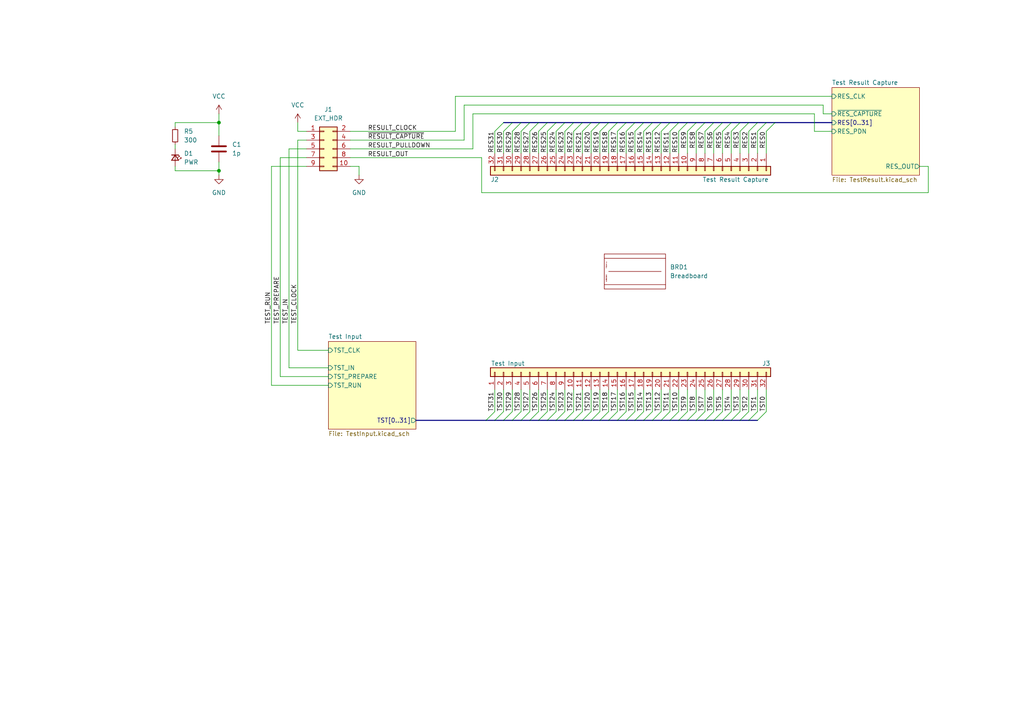
<source format=kicad_sch>
(kicad_sch (version 20211123) (generator eeschema)
  (paper "A4")
  (title_block (title "Headless Circuit Tester") (date "2022-12-15") (rev "0") (company "Microcode.io"))
  (lib_symbols
    (symbol "Connector_Generic:Conn_01x32" (pin_names (offset 1.016) hide)
      (property "Reference" "J" (at 0 40.64 0))
      (property "Value" "Conn_01x32" (at 0 -43.18 0))
      (symbol "Conn_01x32_1_1"
        (rectangle (start -1.27 -40.513) (end 0 -40.767) (stroke (width 0.1524)))
        (rectangle (start -1.27 -37.973) (end 0 -38.227) (stroke (width 0.1524)))
        (rectangle (start -1.27 -35.433) (end 0 -35.687) (stroke (width 0.1524)))
        (rectangle (start -1.27 -32.893) (end 0 -33.147) (stroke (width 0.1524)))
        (rectangle (start -1.27 -30.353) (end 0 -30.607) (stroke (width 0.1524)))
        (rectangle (start -1.27 -27.813) (end 0 -28.067) (stroke (width 0.1524)))
        (rectangle (start -1.27 -25.273) (end 0 -25.527) (stroke (width 0.1524)))
        (rectangle (start -1.27 -22.733) (end 0 -22.987) (stroke (width 0.1524)))
        (rectangle (start -1.27 -20.193) (end 0 -20.447) (stroke (width 0.1524)))
        (rectangle (start -1.27 -17.653) (end 0 -17.907) (stroke (width 0.1524)))
        (rectangle (start -1.27 -15.113) (end 0 -15.367) (stroke (width 0.1524)))
        (rectangle (start -1.27 -12.573) (end 0 -12.827) (stroke (width 0.1524)))
        (rectangle (start -1.27 -10.033) (end 0 -10.287) (stroke (width 0.1524)))
        (rectangle (start -1.27 -7.493) (end 0 -7.747) (stroke (width 0.1524)))
        (rectangle (start -1.27 -4.953) (end 0 -5.207) (stroke (width 0.1524)))
        (rectangle (start -1.27 -2.413) (end 0 -2.667) (stroke (width 0.1524)))
        (rectangle (start -1.27 0.127) (end 0 -0.127) (stroke (width 0.1524)))
        (rectangle (start -1.27 2.667) (end 0 2.413) (stroke (width 0.1524)))
        (rectangle (start -1.27 5.207) (end 0 4.953) (stroke (width 0.1524)))
        (rectangle (start -1.27 7.747) (end 0 7.493) (stroke (width 0.1524)))
        (rectangle (start -1.27 10.287) (end 0 10.033) (stroke (width 0.1524)))
        (rectangle (start -1.27 12.827) (end 0 12.573) (stroke (width 0.1524)))
        (rectangle (start -1.27 15.367) (end 0 15.113) (stroke (width 0.1524)))
        (rectangle (start -1.27 17.907) (end 0 17.653) (stroke (width 0.1524)))
        (rectangle (start -1.27 20.447) (end 0 20.193) (stroke (width 0.1524)))
        (rectangle (start -1.27 22.987) (end 0 22.733) (stroke (width 0.1524)))
        (rectangle (start -1.27 25.527) (end 0 25.273) (stroke (width 0.1524)))
        (rectangle (start -1.27 28.067) (end 0 27.813) (stroke (width 0.1524)))
        (rectangle (start -1.27 30.607) (end 0 30.353) (stroke (width 0.1524)))
        (rectangle (start -1.27 33.147) (end 0 32.893) (stroke (width 0.1524)))
        (rectangle (start -1.27 35.687) (end 0 35.433) (stroke (width 0.1524)))
        (rectangle (start -1.27 38.227) (end 0 37.973) (stroke (width 0.1524)))
        (rectangle (start -1.27 39.37) (end 1.27 -41.91) (stroke (width 0.254)) (fill (type background)))
        (pin passive line (at -5.08 38.1 0) (length 3.81) (name "Pin_1") (number "1"))
        (pin passive line (at -5.08 15.24 0) (length 3.81) (name "Pin_10") (number "10"))
        (pin passive line (at -5.08 12.7 0) (length 3.81) (name "Pin_11") (number "11"))
        (pin passive line (at -5.08 10.16 0) (length 3.81) (name "Pin_12") (number "12"))
        (pin passive line (at -5.08 7.62 0) (length 3.81) (name "Pin_13") (number "13"))
        (pin passive line (at -5.08 5.08 0) (length 3.81) (name "Pin_14") (number "14"))
        (pin passive line (at -5.08 2.54 0) (length 3.81) (name "Pin_15") (number "15"))
        (pin passive line (at -5.08 0 0) (length 3.81) (name "Pin_16") (number "16"))
        (pin passive line (at -5.08 -2.54 0) (length 3.81) (name "Pin_17") (number "17"))
        (pin passive line (at -5.08 -5.08 0) (length 3.81) (name "Pin_18") (number "18"))
        (pin passive line (at -5.08 -7.62 0) (length 3.81) (name "Pin_19") (number "19"))
        (pin passive line (at -5.08 35.56 0) (length 3.81) (name "Pin_2") (number "2"))
        (pin passive line (at -5.08 -10.16 0) (length 3.81) (name "Pin_20") (number "20"))
        (pin passive line (at -5.08 -12.7 0) (length 3.81) (name "Pin_21") (number "21"))
        (pin passive line (at -5.08 -15.24 0) (length 3.81) (name "Pin_22") (number "22"))
        (pin passive line (at -5.08 -17.78 0) (length 3.81) (name "Pin_23") (number "23"))
        (pin passive line (at -5.08 -20.32 0) (length 3.81) (name "Pin_24") (number "24"))
        (pin passive line (at -5.08 -22.86 0) (length 3.81) (name "Pin_25") (number "25"))
        (pin passive line (at -5.08 -25.4 0) (length 3.81) (name "Pin_26") (number "26"))
        (pin passive line (at -5.08 -27.94 0) (length 3.81) (name "Pin_27") (number "27"))
        (pin passive line (at -5.08 -30.48 0) (length 3.81) (name "Pin_28") (number "28"))
        (pin passive line (at -5.08 -33.02 0) (length 3.81) (name "Pin_29") (number "29"))
        (pin passive line (at -5.08 33.02 0) (length 3.81) (name "Pin_3") (number "3"))
        (pin passive line (at -5.08 -35.56 0) (length 3.81) (name "Pin_30") (number "30"))
        (pin passive line (at -5.08 -38.1 0) (length 3.81) (name "Pin_31") (number "31"))
        (pin passive line (at -5.08 -40.64 0) (length 3.81) (name "Pin_32") (number "32"))
        (pin passive line (at -5.08 30.48 0) (length 3.81) (name "Pin_4") (number "4"))
        (pin passive line (at -5.08 27.94 0) (length 3.81) (name "Pin_5") (number "5"))
        (pin passive line (at -5.08 25.4 0) (length 3.81) (name "Pin_6") (number "6"))
        (pin passive line (at -5.08 22.86 0) (length 3.81) (name "Pin_7") (number "7"))
        (pin passive line (at -5.08 20.32 0) (length 3.81) (name "Pin_8") (number "8"))
        (pin passive line (at -5.08 17.78 0) (length 3.81) (name "Pin_9") (number "9"))
      )
    )
    (symbol "Connector_Generic:Conn_02x05_Odd_Even" (pin_names (offset 1.016) hide)
      (property "Reference" "J" (at 1.27 7.62 0))
      (property "Value" "Conn_02x05_Odd_Even" (at 1.27 -7.62 0))
      (symbol "Conn_02x05_Odd_Even_1_1"
        (rectangle (start -1.27 -4.953) (end 0 -5.207) (stroke (width 0.1524)))
        (rectangle (start -1.27 -2.413) (end 0 -2.667) (stroke (width 0.1524)))
        (rectangle (start -1.27 0.127) (end 0 -0.127) (stroke (width 0.1524)))
        (rectangle (start -1.27 2.667) (end 0 2.413) (stroke (width 0.1524)))
        (rectangle (start -1.27 5.207) (end 0 4.953) (stroke (width 0.1524)))
        (rectangle (start -1.27 6.35) (end 3.81 -6.35) (stroke (width 0.254)) (fill (type background)))
        (rectangle (start 3.81 -4.953) (end 2.54 -5.207) (stroke (width 0.1524)))
        (rectangle (start 3.81 -2.413) (end 2.54 -2.667) (stroke (width 0.1524)))
        (rectangle (start 3.81 0.127) (end 2.54 -0.127) (stroke (width 0.1524)))
        (rectangle (start 3.81 2.667) (end 2.54 2.413) (stroke (width 0.1524)))
        (rectangle (start 3.81 5.207) (end 2.54 4.953) (stroke (width 0.1524)))
        (pin passive line (at -5.08 5.08 0) (length 3.81) (name "Pin_1") (number "1"))
        (pin passive line (at 7.62 -5.08 180) (length 3.81) (name "Pin_10") (number "10"))
        (pin passive line (at 7.62 5.08 180) (length 3.81) (name "Pin_2") (number "2"))
        (pin passive line (at -5.08 2.54 0) (length 3.81) (name "Pin_3") (number "3"))
        (pin passive line (at 7.62 2.54 180) (length 3.81) (name "Pin_4") (number "4"))
        (pin passive line (at -5.08 0 0) (length 3.81) (name "Pin_5") (number "5"))
        (pin passive line (at 7.62 0 180) (length 3.81) (name "Pin_6") (number "6"))
        (pin passive line (at -5.08 -2.54 0) (length 3.81) (name "Pin_7") (number "7"))
        (pin passive line (at 7.62 -2.54 180) (length 3.81) (name "Pin_8") (number "8"))
        (pin passive line (at -5.08 -5.08 0) (length 3.81) (name "Pin_9") (number "9"))
      )
    )
    (symbol "CustomParts:Breadboard" (pin_numbers hide) (pin_names (offset 0) hide)
      (property "Reference" "BRD" (at 0 6.35 0))
      (property "Value" "Breadboard" (at 0 -6.35 0))
      (symbol "Breadboard_0_0"
        (text "A B C D E" (at -8.255 -1.905 900) (effects (font (size 0.25 0.25))))
        (text "F G H I J" (at -8.255 1.905 900) (effects (font (size 0.25 0.25))))
      )
      (symbol "Breadboard_0_1"
        (rectangle (start -8.89 5.08) (end 8.89 -5.08))
        (polyline (pts (xy -8.89 -3.81) (xy 8.89 -3.81)))
        (polyline (pts (xy -8.89 3.81) (xy 8.89 3.81)))
        (polyline (pts (xy 7.62 0) (xy -7.62 0)))
      )
    )
    (symbol "Device:C" (pin_numbers hide) (pin_names (offset 0.254))
      (property "Reference" "C" (at 0.635 2.54 0))
      (property "Value" "C" (at 0.635 -2.54 0))
      (symbol "C_0_1"
        (polyline (pts (xy -2.032 -0.762) (xy 2.032 -0.762)) (stroke (width 0.508)))
        (polyline (pts (xy -2.032 0.762) (xy 2.032 0.762)) (stroke (width 0.508)))
      )
      (symbol "C_1_1"
        (pin passive line (at 0 3.81 270) (length 2.794) (name "~") (number "1"))
        (pin passive line (at 0 -3.81 90) (length 2.794) (name "~") (number "2"))
      )
    )
    (symbol "Device:LED_Small" (pin_numbers hide) (pin_names (offset 0.254) hide)
      (property "Reference" "D" (at -1.27 3.175 0))
      (property "Value" "LED_Small" (at -4.445 -2.54 0))
      (symbol "LED_Small_0_1"
        (polyline (pts (xy -0.762 -1.016) (xy -0.762 1.016)) (stroke (width 0.254)))
        (polyline (pts (xy 1.016 0) (xy -0.762 0)))
        (polyline (pts (xy 0.762 -1.016) (xy -0.762 0) (xy 0.762 1.016) (xy 0.762 -1.016)) (stroke (width 0.254)))
        (polyline (pts (xy 0 0.762) (xy -0.508 1.27) (xy -0.254 1.27) (xy -0.508 1.27) (xy -0.508 1.016)))
        (polyline (pts (xy 0.508 1.27) (xy 0 1.778) (xy 0.254 1.778) (xy 0 1.778) (xy 0 1.524)))
      )
      (symbol "LED_Small_1_1"
        (pin passive line (at -2.54 0 0) (length 1.778) (name "K") (number "1"))
        (pin passive line (at 2.54 0 180) (length 1.778) (name "A") (number "2"))
      )
    )
    (symbol "Device:R_Small" (pin_numbers hide) (pin_names (offset 0.254) hide)
      (property "Reference" "R" (at 0.762 0.508 0))
      (property "Value" "R_Small" (at 0.762 -1.016 0))
      (symbol "R_Small_0_1"
        (rectangle (start -0.762 1.778) (end 0.762 -1.778) (stroke (width 0.2032)))
      )
      (symbol "R_Small_1_1"
        (pin passive line (at 0 2.54 270) (length 0.762) (name "~") (number "1"))
        (pin passive line (at 0 -2.54 90) (length 0.762) (name "~") (number "2"))
      )
    )
    (symbol "power:GND" (power) (pin_names (offset 0))
      (property "Value" "GND" (at 0 -3.81 0))
      (symbol "GND_0_1"
        (polyline (pts (xy 0 0) (xy 0 -1.27) (xy 1.27 -1.27) (xy 0 -2.54) (xy -1.27 -1.27) (xy 0 -1.27)))
      )
      (symbol "GND_1_1"
        (pin power_in line (at 0 0 270) (length 0) hide (name "GND") (number "1"))
      )
    )
    (symbol "power:VCC" (power) (pin_names (offset 0))
      (property "Value" "VCC" (at 0 3.81 0))
      (symbol "VCC_0_1"
        (polyline (pts (xy -0.762 1.27) (xy 0 2.54)))
        (polyline (pts (xy 0 0) (xy 0 2.54)))
        (polyline (pts (xy 0 2.54) (xy 0.762 1.27)))
      )
      (symbol "VCC_1_1"
        (pin power_in line (at 0 0 90) (length 0) hide (name "VCC") (number "1"))
      )
    )
  )
  (junction (at 63.5 49.53))
  (junction (at 63.5 35.56))
  (bus_entry (at 214.63 38.1) (size 2.54 -2.54))
  (bus_entry (at 179.07 38.1) (size 2.54 -2.54))
  (bus_entry (at 217.17 38.1) (size 2.54 -2.54))
  (bus_entry (at 151.13 38.1) (size 2.54 -2.54))
  (bus_entry (at 196.85 38.1) (size 2.54 -2.54))
  (bus_entry (at 214.63 119.38) (size -2.54 2.54))
  (bus_entry (at 161.29 38.1) (size 2.54 -2.54))
  (bus_entry (at 176.53 119.38) (size -2.54 2.54))
  (bus_entry (at 143.51 119.38) (size -2.54 2.54))
  (bus_entry (at 191.77 38.1) (size 2.54 -2.54))
  (bus_entry (at 146.05 119.38) (size -2.54 2.54))
  (bus_entry (at 204.47 38.1) (size 2.54 -2.54))
  (bus_entry (at 166.37 38.1) (size 2.54 -2.54))
  (bus_entry (at 222.25 38.1) (size 2.54 -2.54))
  (bus_entry (at 204.47 119.38) (size -2.54 2.54))
  (bus_entry (at 146.05 38.1) (size 2.54 -2.54))
  (bus_entry (at 209.55 38.1) (size 2.54 -2.54))
  (bus_entry (at 163.83 119.38) (size -2.54 2.54))
  (bus_entry (at 156.21 119.38) (size -2.54 2.54))
  (bus_entry (at 219.71 38.1) (size 2.54 -2.54))
  (bus_entry (at 158.75 38.1) (size 2.54 -2.54))
  (bus_entry (at 179.07 119.38) (size -2.54 2.54))
  (bus_entry (at 171.45 38.1) (size 2.54 -2.54))
  (bus_entry (at 148.59 119.38) (size -2.54 2.54))
  (bus_entry (at 212.09 38.1) (size 2.54 -2.54))
  (bus_entry (at 168.91 119.38) (size -2.54 2.54))
  (bus_entry (at 173.99 119.38) (size -2.54 2.54))
  (bus_entry (at 209.55 119.38) (size -2.54 2.54))
  (bus_entry (at 219.71 119.38) (size -2.54 2.54))
  (bus_entry (at 191.77 119.38) (size -2.54 2.54))
  (bus_entry (at 222.25 119.38) (size -2.54 2.54))
  (bus_entry (at 158.75 119.38) (size -2.54 2.54))
  (bus_entry (at 186.69 38.1) (size 2.54 -2.54))
  (bus_entry (at 151.13 119.38) (size -2.54 2.54))
  (bus_entry (at 153.67 119.38) (size -2.54 2.54))
  (bus_entry (at 173.99 38.1) (size 2.54 -2.54))
  (bus_entry (at 176.53 38.1) (size 2.54 -2.54))
  (bus_entry (at 189.23 119.38) (size -2.54 2.54))
  (bus_entry (at 171.45 119.38) (size -2.54 2.54))
  (bus_entry (at 153.67 38.1) (size 2.54 -2.54))
  (bus_entry (at 186.69 119.38) (size -2.54 2.54))
  (bus_entry (at 181.61 119.38) (size -2.54 2.54))
  (bus_entry (at 207.01 119.38) (size -2.54 2.54))
  (bus_entry (at 199.39 119.38) (size -2.54 2.54))
  (bus_entry (at 207.01 38.1) (size 2.54 -2.54))
  (bus_entry (at 189.23 38.1) (size 2.54 -2.54))
  (bus_entry (at 148.59 38.1) (size 2.54 -2.54))
  (bus_entry (at 201.93 38.1) (size 2.54 -2.54))
  (bus_entry (at 184.15 119.38) (size -2.54 2.54))
  (bus_entry (at 168.91 38.1) (size 2.54 -2.54))
  (bus_entry (at 199.39 38.1) (size 2.54 -2.54))
  (bus_entry (at 161.29 119.38) (size -2.54 2.54))
  (bus_entry (at 166.37 119.38) (size -2.54 2.54))
  (bus_entry (at 156.21 38.1) (size 2.54 -2.54))
  (bus_entry (at 201.93 119.38) (size -2.54 2.54))
  (bus_entry (at 217.17 119.38) (size -2.54 2.54))
  (bus_entry (at 194.31 119.38) (size -2.54 2.54))
  (bus_entry (at 194.31 38.1) (size 2.54 -2.54))
  (bus_entry (at 184.15 38.1) (size 2.54 -2.54))
  (bus_entry (at 212.09 119.38) (size -2.54 2.54))
  (bus_entry (at 163.83 38.1) (size 2.54 -2.54))
  (bus_entry (at 181.61 38.1) (size 2.54 -2.54))
  (bus_entry (at 143.51 38.1) (size 2.54 -2.54))
  (bus_entry (at 196.85 119.38) (size -2.54 2.54))
  (bus (pts (xy 161.29 35.56) (xy 158.75 35.56)))
  (wire (pts (xy 166.37 113.03) (xy 166.37 119.38)))
  (wire (pts (xy 139.7 55.88) (xy 139.7 45.72)))
  (bus (pts (xy 171.45 35.56) (xy 168.91 35.56)))
  (wire (pts (xy 134.62 30.48) (xy 134.62 40.64)))
  (bus (pts (xy 146.05 121.92) (xy 148.59 121.92)))
  (wire (pts (xy 241.3 38.1) (xy 236.22 38.1)))
  (wire (pts (xy 236.22 38.1) (xy 236.22 33.02)))
  (bus (pts (xy 163.83 35.56) (xy 161.29 35.56)))
  (wire (pts (xy 201.93 113.03) (xy 201.93 119.38)))
  (wire (pts (xy 101.6 48.26) (xy 104.14 48.26)))
  (wire (pts (xy 179.07 44.45) (xy 179.07 38.1)))
  (wire (pts (xy 219.71 44.45) (xy 219.71 38.1)))
  (wire (pts (xy 241.3 27.94) (xy 132.08 27.94)))
  (wire (pts (xy 204.47 44.45) (xy 204.47 38.1)))
  (bus (pts (xy 222.25 35.56) (xy 219.71 35.56)))
  (bus (pts (xy 186.69 121.92) (xy 189.23 121.92)))
  (wire (pts (xy 50.8 49.53) (xy 63.5 49.53)))
  (wire (pts (xy 50.8 41.91) (xy 50.8 43.18)))
  (bus (pts (xy 191.77 121.92) (xy 194.31 121.92)))
  (wire (pts (xy 86.36 38.1) (xy 86.36 35.56)))
  (bus (pts (xy 194.31 121.92) (xy 196.85 121.92)))
  (wire (pts (xy 196.85 44.45) (xy 196.85 38.1)))
  (bus (pts (xy 217.17 35.56) (xy 214.63 35.56)))
  (bus (pts (xy 158.75 35.56) (xy 156.21 35.56)))
  (bus (pts (xy 207.01 35.56) (xy 204.47 35.56)))
  (wire (pts (xy 156.21 44.45) (xy 156.21 38.1)))
  (bus (pts (xy 173.99 121.92) (xy 176.53 121.92)))
  (wire (pts (xy 50.8 48.26) (xy 50.8 49.53)))
  (wire (pts (xy 209.55 113.03) (xy 209.55 119.38)))
  (wire (pts (xy 95.25 111.76) (xy 78.74 111.76)))
  (wire (pts (xy 153.67 44.45) (xy 153.67 38.1)))
  (bus (pts (xy 181.61 121.92) (xy 184.15 121.92)))
  (wire (pts (xy 50.8 35.56) (xy 63.5 35.56)))
  (wire (pts (xy 151.13 113.03) (xy 151.13 119.38)))
  (wire (pts (xy 168.91 113.03) (xy 168.91 119.38)))
  (wire (pts (xy 207.01 113.03) (xy 207.01 119.38)))
  (bus (pts (xy 161.29 121.92) (xy 163.83 121.92)))
  (wire (pts (xy 63.5 49.53) (xy 63.5 50.8)))
  (wire (pts (xy 137.16 43.18) (xy 101.6 43.18)))
  (bus (pts (xy 176.53 121.92) (xy 179.07 121.92)))
  (wire (pts (xy 238.76 33.02) (xy 238.76 30.48)))
  (wire (pts (xy 241.3 33.02) (xy 238.76 33.02)))
  (bus (pts (xy 184.15 121.92) (xy 186.69 121.92)))
  (wire (pts (xy 168.91 44.45) (xy 168.91 38.1)))
  (bus (pts (xy 224.79 35.56) (xy 241.3 35.56)))
  (wire (pts (xy 219.71 113.03) (xy 219.71 119.38)))
  (bus (pts (xy 166.37 121.92) (xy 168.91 121.92)))
  (bus (pts (xy 168.91 121.92) (xy 171.45 121.92)))
  (bus (pts (xy 196.85 121.92) (xy 199.39 121.92)))
  (wire (pts (xy 143.51 113.03) (xy 143.51 119.38)))
  (wire (pts (xy 163.83 44.45) (xy 163.83 38.1)))
  (wire (pts (xy 148.59 113.03) (xy 148.59 119.38)))
  (wire (pts (xy 153.67 113.03) (xy 153.67 119.38)))
  (wire (pts (xy 236.22 33.02) (xy 137.16 33.02)))
  (wire (pts (xy 95.25 106.68) (xy 83.82 106.68)))
  (bus (pts (xy 212.09 121.92) (xy 214.63 121.92)))
  (wire (pts (xy 269.24 48.26) (xy 269.24 55.88)))
  (wire (pts (xy 201.93 44.45) (xy 201.93 38.1)))
  (bus (pts (xy 214.63 121.92) (xy 217.17 121.92)))
  (bus (pts (xy 181.61 35.56) (xy 179.07 35.56)))
  (wire (pts (xy 83.82 106.68) (xy 83.82 43.18)))
  (wire (pts (xy 156.21 113.03) (xy 156.21 119.38)))
  (wire (pts (xy 81.28 45.72) (xy 88.9 45.72)))
  (bus (pts (xy 201.93 35.56) (xy 199.39 35.56)))
  (wire (pts (xy 83.82 43.18) (xy 88.9 43.18)))
  (bus (pts (xy 201.93 121.92) (xy 204.47 121.92)))
  (bus (pts (xy 204.47 121.92) (xy 207.01 121.92)))
  (wire (pts (xy 199.39 113.03) (xy 199.39 119.38)))
  (wire (pts (xy 238.76 30.48) (xy 134.62 30.48)))
  (bus (pts (xy 148.59 35.56) (xy 146.05 35.56)))
  (wire (pts (xy 166.37 44.45) (xy 166.37 38.1)))
  (wire (pts (xy 171.45 44.45) (xy 171.45 38.1)))
  (wire (pts (xy 196.85 113.03) (xy 196.85 119.38)))
  (wire (pts (xy 222.25 113.03) (xy 222.25 119.38)))
  (wire (pts (xy 191.77 44.45) (xy 191.77 38.1)))
  (bus (pts (xy 176.53 35.56) (xy 173.99 35.56)))
  (wire (pts (xy 158.75 44.45) (xy 158.75 38.1)))
  (wire (pts (xy 173.99 113.03) (xy 173.99 119.38)))
  (wire (pts (xy 63.5 46.99) (xy 63.5 49.53)))
  (wire (pts (xy 146.05 44.45) (xy 146.05 38.1)))
  (wire (pts (xy 139.7 45.72) (xy 101.6 45.72)))
  (wire (pts (xy 63.5 33.02) (xy 63.5 35.56)))
  (bus (pts (xy 120.65 121.92) (xy 140.97 121.92)))
  (wire (pts (xy 207.01 44.45) (xy 207.01 38.1)))
  (wire (pts (xy 194.31 113.03) (xy 194.31 119.38)))
  (wire (pts (xy 222.25 44.45) (xy 222.25 38.1)))
  (bus (pts (xy 173.99 35.56) (xy 171.45 35.56)))
  (bus (pts (xy 166.37 35.56) (xy 163.83 35.56)))
  (wire (pts (xy 86.36 101.6) (xy 86.36 40.64)))
  (bus (pts (xy 168.91 35.56) (xy 166.37 35.56)))
  (wire (pts (xy 189.23 113.03) (xy 189.23 119.38)))
  (wire (pts (xy 104.14 48.26) (xy 104.14 50.8)))
  (wire (pts (xy 161.29 44.45) (xy 161.29 38.1)))
  (wire (pts (xy 204.47 113.03) (xy 204.47 119.38)))
  (wire (pts (xy 134.62 40.64) (xy 101.6 40.64)))
  (bus (pts (xy 212.09 35.56) (xy 209.55 35.56)))
  (wire (pts (xy 266.7 48.26) (xy 269.24 48.26)))
  (bus (pts (xy 179.07 121.92) (xy 181.61 121.92)))
  (wire (pts (xy 148.59 44.45) (xy 148.59 38.1)))
  (wire (pts (xy 181.61 113.03) (xy 181.61 119.38)))
  (bus (pts (xy 217.17 121.92) (xy 219.71 121.92)))
  (wire (pts (xy 176.53 44.45) (xy 176.53 38.1)))
  (bus (pts (xy 189.23 35.56) (xy 186.69 35.56)))
  (bus (pts (xy 163.83 121.92) (xy 166.37 121.92)))
  (wire (pts (xy 194.31 44.45) (xy 194.31 38.1)))
  (bus (pts (xy 153.67 35.56) (xy 151.13 35.56)))
  (wire (pts (xy 132.08 38.1) (xy 101.6 38.1)))
  (wire (pts (xy 184.15 44.45) (xy 184.15 38.1)))
  (bus (pts (xy 151.13 121.92) (xy 153.67 121.92)))
  (wire (pts (xy 209.55 44.45) (xy 209.55 38.1)))
  (wire (pts (xy 81.28 109.22) (xy 81.28 45.72)))
  (bus (pts (xy 179.07 35.56) (xy 176.53 35.56)))
  (wire (pts (xy 212.09 113.03) (xy 212.09 119.38)))
  (wire (pts (xy 212.09 44.45) (xy 212.09 38.1)))
  (wire (pts (xy 171.45 113.03) (xy 171.45 119.38)))
  (wire (pts (xy 214.63 44.45) (xy 214.63 38.1)))
  (wire (pts (xy 95.25 109.22) (xy 81.28 109.22)))
  (wire (pts (xy 78.74 111.76) (xy 78.74 48.26)))
  (bus (pts (xy 156.21 35.56) (xy 153.67 35.56)))
  (bus (pts (xy 224.79 35.56) (xy 222.25 35.56)))
  (bus (pts (xy 189.23 121.92) (xy 191.77 121.92)))
  (wire (pts (xy 214.63 113.03) (xy 214.63 119.38)))
  (bus (pts (xy 156.21 121.92) (xy 158.75 121.92)))
  (wire (pts (xy 176.53 113.03) (xy 176.53 119.38)))
  (wire (pts (xy 151.13 44.45) (xy 151.13 38.1)))
  (wire (pts (xy 88.9 38.1) (xy 86.36 38.1)))
  (bus (pts (xy 199.39 121.92) (xy 201.93 121.92)))
  (wire (pts (xy 184.15 113.03) (xy 184.15 119.38)))
  (bus (pts (xy 204.47 35.56) (xy 201.93 35.56)))
  (bus (pts (xy 151.13 35.56) (xy 148.59 35.56)))
  (wire (pts (xy 95.25 101.6) (xy 86.36 101.6)))
  (wire (pts (xy 269.24 55.88) (xy 139.7 55.88)))
  (wire (pts (xy 78.74 48.26) (xy 88.9 48.26)))
  (wire (pts (xy 143.51 44.45) (xy 143.51 38.1)))
  (wire (pts (xy 217.17 113.03) (xy 217.17 119.38)))
  (wire (pts (xy 181.61 44.45) (xy 181.61 38.1)))
  (wire (pts (xy 179.07 113.03) (xy 179.07 119.38)))
  (wire (pts (xy 86.36 40.64) (xy 88.9 40.64)))
  (wire (pts (xy 186.69 44.45) (xy 186.69 38.1)))
  (wire (pts (xy 173.99 44.45) (xy 173.99 38.1)))
  (bus (pts (xy 158.75 121.92) (xy 161.29 121.92)))
  (wire (pts (xy 199.39 44.45) (xy 199.39 38.1)))
  (bus (pts (xy 140.97 121.92) (xy 143.51 121.92)))
  (wire (pts (xy 146.05 113.03) (xy 146.05 119.38)))
  (wire (pts (xy 163.83 113.03) (xy 163.83 119.38)))
  (bus (pts (xy 186.69 35.56) (xy 184.15 35.56)))
  (bus (pts (xy 199.39 35.56) (xy 196.85 35.56)))
  (wire (pts (xy 137.16 33.02) (xy 137.16 43.18)))
  (wire (pts (xy 132.08 27.94) (xy 132.08 38.1)))
  (bus (pts (xy 153.67 121.92) (xy 156.21 121.92)))
  (bus (pts (xy 191.77 35.56) (xy 189.23 35.56)))
  (bus (pts (xy 148.59 121.92) (xy 151.13 121.92)))
  (wire (pts (xy 158.75 113.03) (xy 158.75 119.38)))
  (bus (pts (xy 209.55 121.92) (xy 212.09 121.92)))
  (bus (pts (xy 209.55 35.56) (xy 207.01 35.56)))
  (bus (pts (xy 214.63 35.56) (xy 212.09 35.56)))
  (bus (pts (xy 143.51 121.92) (xy 146.05 121.92)))
  (wire (pts (xy 217.17 44.45) (xy 217.17 38.1)))
  (wire (pts (xy 63.5 35.56) (xy 63.5 39.37)))
  (bus (pts (xy 207.01 121.92) (xy 209.55 121.92)))
  (wire (pts (xy 50.8 36.83) (xy 50.8 35.56)))
  (bus (pts (xy 184.15 35.56) (xy 181.61 35.56)))
  (wire (pts (xy 191.77 113.03) (xy 191.77 119.38)))
  (bus (pts (xy 194.31 35.56) (xy 191.77 35.56)))
  (bus (pts (xy 171.45 121.92) (xy 173.99 121.92)))
  (wire (pts (xy 189.23 44.45) (xy 189.23 38.1)))
  (bus (pts (xy 219.71 35.56) (xy 217.17 35.56)))
  (wire (pts (xy 186.69 113.03) (xy 186.69 119.38)))
  (wire (pts (xy 161.29 113.03) (xy 161.29 119.38)))
  (bus (pts (xy 196.85 35.56) (xy 194.31 35.56)))
  (label "RES25" (at 158.75 38.1 270))
  (label "RES20" (at 171.45 38.1 270))
  (label "RESULT_OUT" (at 106.68 45.72 0))
  (label "TST11" (at 194.31 119.38 90))
  (label "TST2" (at 217.17 119.38 90))
  (label "TST23" (at 163.83 119.38 90))
  (label "TST19" (at 173.99 119.38 90))
  (label "RES21" (at 168.91 38.1 270))
  (label "TEST_RUN" (at 78.74 93.98 90))
  (label "RESULT_CLOCK" (at 106.68 38.1 0))
  (label "TST7" (at 204.47 119.38 90))
  (label "TST25" (at 158.75 119.38 90))
  (label "TST29" (at 148.59 119.38 90))
  (label "RES4" (at 212.09 38.1 270))
  (label "RES19" (at 173.99 38.1 270))
  (label "TST13" (at 189.23 119.38 90))
  (label "RES28" (at 151.13 38.1 270))
  (label "RES17" (at 179.07 38.1 270))
  (label "RES31" (at 143.51 38.1 270))
  (label "RES1" (at 219.71 38.1 270))
  (label "RES6" (at 207.01 38.1 270))
  (label "TST12" (at 191.77 119.38 90))
  (label "RESULT_PULLDOWN" (at 106.68 43.18 0))
  (label "RES23" (at 163.83 38.1 270))
  (label "TEST_CLOCK" (at 86.36 93.98 90))
  (label "RES13" (at 189.23 38.1 270))
  (label "TST6" (at 207.01 119.38 90))
  (label "TST31" (at 143.51 119.38 90))
  (label "RES14" (at 186.69 38.1 270))
  (label "TST20" (at 171.45 119.38 90))
  (label "TST15" (at 184.15 119.38 90))
  (label "TST8" (at 201.93 119.38 90))
  (label "RES16" (at 181.61 38.1 270))
  (label "TST22" (at 166.37 119.38 90))
  (label "TST14" (at 186.69 119.38 90))
  (label "TST17" (at 179.07 119.38 90))
  (label "TST28" (at 151.13 119.38 90))
  (label "RES9" (at 199.39 38.1 270))
  (label "TST18" (at 176.53 119.38 90))
  (label "RES30" (at 146.05 38.1 270))
  (label "TST0" (at 222.25 119.38 90))
  (label "RES29" (at 148.59 38.1 270))
  (label "TST21" (at 168.91 119.38 90))
  (label "RES10" (at 196.85 38.1 270))
  (label "RES26" (at 156.21 38.1 270))
  (label "RES11" (at 194.31 38.1 270))
  (label "RES12" (at 191.77 38.1 270))
  (label "RES27" (at 153.67 38.1 270))
  (label "TST1" (at 219.71 119.38 90))
  (label "TST24" (at 161.29 119.38 90))
  (label "TST4" (at 212.09 119.38 90))
  (label "TST9" (at 199.39 119.38 90))
  (label "~{RESULT_CAPTURE}" (at 106.68 40.64 0))
  (label "RES22" (at 166.37 38.1 270))
  (label "TST26" (at 156.21 119.38 90))
  (label "TST10" (at 196.85 119.38 90))
  (label "TST16" (at 181.61 119.38 90))
  (label "RES18" (at 176.53 38.1 270))
  (label "RES7" (at 204.47 38.1 270))
  (label "RES5" (at 209.55 38.1 270))
  (label "RES2" (at 217.17 38.1 270))
  (label "TST5" (at 209.55 119.38 90))
  (label "RES24" (at 161.29 38.1 270))
  (label "RES15" (at 184.15 38.1 270))
  (label "TST27" (at 153.67 119.38 90))
  (label "RES3" (at 214.63 38.1 270))
  (label "TEST_IN" (at 83.82 93.98 90))
  (label "TST30" (at 146.05 119.38 90))
  (label "TST3" (at 214.63 119.38 90))
  (label "TEST_PREPARE" (at 81.28 93.98 90))
  (label "RES0" (at 222.25 38.1 270))
  (label "RES8" (at 201.93 38.1 270))
  (symbol (lib_id "power:GND") (at 63.5 50.8 0) (unit 1)
    (property "Reference" "#PWR02" (effects hide))
    (property "Value" "GND" (at 63.5 55.88 0))
  )
  (symbol (lib_id "Device:C") (at 63.5 43.18 0) (unit 1)
    (property "Reference" "C1" (at 67.31 41.9099 0) (effects (justify left)))
    (property "Value" "1p" (at 67.31 44.4499 0) (effects (justify left)))
    (property "Footprint" "Capacitor_SMD:C_1206_3216Metric_Pad1.33x1.80mm_HandSolder" (effects hide))
  )
  (symbol (lib_id "CustomParts:Breadboard") (at 184.15 78.74 0) (unit 1)
    (property "Reference" "BRD1" (at 194.31 77.4699 0) (effects (justify left)))
    (property "Value" "Breadboard" (at 194.31 80.0099 0) (effects (justify left)))
    (property "Footprint" "CustomFootprintLibrary:Breadboard_Busx02_Terminalx01_Tiesx830_WithMounts" (effects hide))
  )
  (symbol (lib_id "Connector_Generic:Conn_01x32") (at 184.15 49.53 270) (unit 1)
    (property "Reference" "J2" (at 143.51 52.07 90))
    (property "Value" "Test Result Capture" (at 213.36 52.07 90))
    (property "Footprint" "Connector_PinSocket_2.54mm:PinSocket_1x32_P2.54mm_Horizontal" (effects hide))
  )
  (symbol (lib_id "power:VCC") (at 86.36 35.56 0) (unit 1)
    (property "Reference" "#PWR03" (effects hide))
    (property "Value" "VCC" (at 86.36 30.48 0))
  )
  (symbol (lib_id "Device:LED_Small") (at 50.8 45.72 270) (unit 1)
    (property "Reference" "D1" (at 53.34 44.5134 90) (effects (justify left)))
    (property "Value" "PWR" (at 53.34 47.0534 90) (effects (justify left)))
    (property "Footprint" "LED_SMD:LED_1206_3216Metric_Pad1.42x1.75mm_HandSolder" (effects hide))
  )
  (symbol (lib_id "power:GND") (at 104.14 50.8 0) (unit 1)
    (property "Reference" "#PWR04" (effects hide))
    (property "Value" "GND" (at 104.14 55.88 0))
  )
  (symbol (lib_id "Connector_Generic:Conn_01x32") (at 181.61 107.95 90) (unit 1)
    (property "Reference" "J3" (at 222.25 105.41 90))
    (property "Value" "Test Input" (at 147.32 105.41 90))
    (property "Footprint" "Connector_PinSocket_2.54mm:PinSocket_1x32_P2.54mm_Horizontal" (effects hide))
  )
  (symbol (lib_id "Connector_Generic:Conn_02x05_Odd_Even") (at 93.98 43.18 0) (unit 1)
    (property "Reference" "J1" (at 95.25 31.75 0))
    (property "Value" "EXT_HDR" (at 95.25 34.29 0))
    (property "Footprint" "Connector_PinSocket_2.54mm:PinSocket_2x05_P2.54mm_Horizontal" (effects hide))
  )
  (symbol (lib_id "power:VCC") (at 63.5 33.02 0) (unit 1)
    (property "Reference" "#PWR01" (effects hide))
    (property "Value" "VCC" (at 63.5 27.94 0))
  )
  (symbol (lib_id "Device:R_Small") (at 50.8 39.37 180) (unit 1)
    (property "Reference" "R5" (at 53.34 38.0999 0) (effects (justify right)))
    (property "Value" "300" (at 53.34 40.6399 0) (effects (justify right)))
    (property "Footprint" "Resistor_SMD:R_1206_3216Metric_Pad1.30x1.75mm_HandSolder" (effects hide))
  )
  (sheet (at 241.3 25.4) (size 25.4 25.4) (stroke (width 0.1524)) (fill (color 255 255 194 1.0000))
    (property "Sheet name" "Test Result Capture" (at 241.3 24.6884 0) (effects (justify left bottom)))
    (property "Sheet file" "TestResult.kicad_sch" (at 241.3 51.3846 0) (effects (justify left top)))
    (pin "RES_PDN" input (at 241.3 38.1 180))
    (pin "~{RES_CAPTURE}" input (at 241.3 33.02 180))
    (pin "RES_CLK" input (at 241.3 27.94 180))
    (pin "RES[0..31]" input (at 241.3 35.56 180))
    (pin "RES_OUT" output (at 266.7 48.26 0))
  )
  (sheet (at 95.25 99.06) (size 25.4 25.4) (stroke (width 0.1524)) (fill (color 255 255 194 1.0000))
    (property "Sheet name" "Test Input" (at 95.25 98.3484 0) (effects (justify left bottom)))
    (property "Sheet file" "TestInput.kicad_sch" (at 95.25 125.0446 0) (effects (justify left top)))
    (pin "TST_RUN" input (at 95.25 111.76 180))
    (pin "TST_CLK" input (at 95.25 101.6 180))
    (pin "TST_PREPARE" input (at 95.25 109.22 180))
    (pin "TST_IN" input (at 95.25 106.68 180))
    (pin "TST[0..31]" output (at 120.65 121.92 0))
  )
)
</source>
